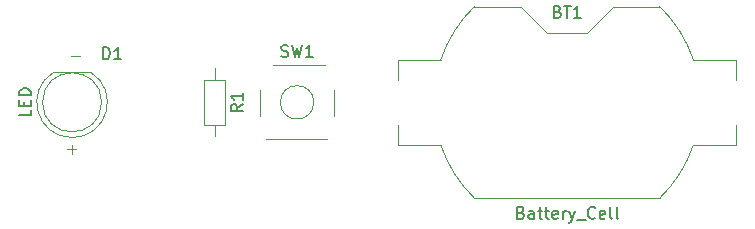
<source format=gto>
%TF.GenerationSoftware,KiCad,Pcbnew,8.0.6*%
%TF.CreationDate,2024-11-16T21:35:11+05:30*%
%TF.ProjectId,LED Torch,4c454420-546f-4726-9368-2e6b69636164,1*%
%TF.SameCoordinates,Original*%
%TF.FileFunction,Legend,Top*%
%TF.FilePolarity,Positive*%
%FSLAX46Y46*%
G04 Gerber Fmt 4.6, Leading zero omitted, Abs format (unit mm)*
G04 Created by KiCad (PCBNEW 8.0.6) date 2024-11-16 21:35:11*
%MOMM*%
%LPD*%
G01*
G04 APERTURE LIST*
%ADD10C,0.100000*%
%ADD11C,0.150000*%
%ADD12C,0.120000*%
G04 APERTURE END LIST*
D10*
X112903884Y-112091466D02*
X113665789Y-112091466D01*
X112603884Y-119991466D02*
X113365789Y-119991466D01*
X112984836Y-120372419D02*
X112984836Y-119610514D01*
D11*
X130746667Y-112121700D02*
X130889524Y-112169319D01*
X130889524Y-112169319D02*
X131127619Y-112169319D01*
X131127619Y-112169319D02*
X131222857Y-112121700D01*
X131222857Y-112121700D02*
X131270476Y-112074080D01*
X131270476Y-112074080D02*
X131318095Y-111978842D01*
X131318095Y-111978842D02*
X131318095Y-111883604D01*
X131318095Y-111883604D02*
X131270476Y-111788366D01*
X131270476Y-111788366D02*
X131222857Y-111740747D01*
X131222857Y-111740747D02*
X131127619Y-111693128D01*
X131127619Y-111693128D02*
X130937143Y-111645509D01*
X130937143Y-111645509D02*
X130841905Y-111597890D01*
X130841905Y-111597890D02*
X130794286Y-111550271D01*
X130794286Y-111550271D02*
X130746667Y-111455033D01*
X130746667Y-111455033D02*
X130746667Y-111359795D01*
X130746667Y-111359795D02*
X130794286Y-111264557D01*
X130794286Y-111264557D02*
X130841905Y-111216938D01*
X130841905Y-111216938D02*
X130937143Y-111169319D01*
X130937143Y-111169319D02*
X131175238Y-111169319D01*
X131175238Y-111169319D02*
X131318095Y-111216938D01*
X131651429Y-111169319D02*
X131889524Y-112169319D01*
X131889524Y-112169319D02*
X132080000Y-111455033D01*
X132080000Y-111455033D02*
X132270476Y-112169319D01*
X132270476Y-112169319D02*
X132508572Y-111169319D01*
X133413333Y-112169319D02*
X132841905Y-112169319D01*
X133127619Y-112169319D02*
X133127619Y-111169319D01*
X133127619Y-111169319D02*
X133032381Y-111312176D01*
X133032381Y-111312176D02*
X132937143Y-111407414D01*
X132937143Y-111407414D02*
X132841905Y-111455033D01*
X127469819Y-116181166D02*
X126993628Y-116514499D01*
X127469819Y-116752594D02*
X126469819Y-116752594D01*
X126469819Y-116752594D02*
X126469819Y-116371642D01*
X126469819Y-116371642D02*
X126517438Y-116276404D01*
X126517438Y-116276404D02*
X126565057Y-116228785D01*
X126565057Y-116228785D02*
X126660295Y-116181166D01*
X126660295Y-116181166D02*
X126803152Y-116181166D01*
X126803152Y-116181166D02*
X126898390Y-116228785D01*
X126898390Y-116228785D02*
X126946009Y-116276404D01*
X126946009Y-116276404D02*
X126993628Y-116371642D01*
X126993628Y-116371642D02*
X126993628Y-116752594D01*
X127469819Y-115228785D02*
X127469819Y-115800213D01*
X127469819Y-115514499D02*
X126469819Y-115514499D01*
X126469819Y-115514499D02*
X126612676Y-115609737D01*
X126612676Y-115609737D02*
X126707914Y-115704975D01*
X126707914Y-115704975D02*
X126755533Y-115800213D01*
X115661905Y-112354819D02*
X115661905Y-111354819D01*
X115661905Y-111354819D02*
X115900000Y-111354819D01*
X115900000Y-111354819D02*
X116042857Y-111402438D01*
X116042857Y-111402438D02*
X116138095Y-111497676D01*
X116138095Y-111497676D02*
X116185714Y-111592914D01*
X116185714Y-111592914D02*
X116233333Y-111783390D01*
X116233333Y-111783390D02*
X116233333Y-111926247D01*
X116233333Y-111926247D02*
X116185714Y-112116723D01*
X116185714Y-112116723D02*
X116138095Y-112211961D01*
X116138095Y-112211961D02*
X116042857Y-112307200D01*
X116042857Y-112307200D02*
X115900000Y-112354819D01*
X115900000Y-112354819D02*
X115661905Y-112354819D01*
X117185714Y-112354819D02*
X116614286Y-112354819D01*
X116900000Y-112354819D02*
X116900000Y-111354819D01*
X116900000Y-111354819D02*
X116804762Y-111497676D01*
X116804762Y-111497676D02*
X116709524Y-111592914D01*
X116709524Y-111592914D02*
X116614286Y-111640533D01*
X109524819Y-116652357D02*
X109524819Y-117128547D01*
X109524819Y-117128547D02*
X108524819Y-117128547D01*
X109001009Y-116319023D02*
X109001009Y-115985690D01*
X109524819Y-115842833D02*
X109524819Y-116319023D01*
X109524819Y-116319023D02*
X108524819Y-116319023D01*
X108524819Y-116319023D02*
X108524819Y-115842833D01*
X109524819Y-115414261D02*
X108524819Y-115414261D01*
X108524819Y-115414261D02*
X108524819Y-115176166D01*
X108524819Y-115176166D02*
X108572438Y-115033309D01*
X108572438Y-115033309D02*
X108667676Y-114938071D01*
X108667676Y-114938071D02*
X108762914Y-114890452D01*
X108762914Y-114890452D02*
X108953390Y-114842833D01*
X108953390Y-114842833D02*
X109096247Y-114842833D01*
X109096247Y-114842833D02*
X109286723Y-114890452D01*
X109286723Y-114890452D02*
X109381961Y-114938071D01*
X109381961Y-114938071D02*
X109477200Y-115033309D01*
X109477200Y-115033309D02*
X109524819Y-115176166D01*
X109524819Y-115176166D02*
X109524819Y-115414261D01*
X154154285Y-108325509D02*
X154297142Y-108373128D01*
X154297142Y-108373128D02*
X154344761Y-108420747D01*
X154344761Y-108420747D02*
X154392380Y-108515985D01*
X154392380Y-108515985D02*
X154392380Y-108658842D01*
X154392380Y-108658842D02*
X154344761Y-108754080D01*
X154344761Y-108754080D02*
X154297142Y-108801700D01*
X154297142Y-108801700D02*
X154201904Y-108849319D01*
X154201904Y-108849319D02*
X153820952Y-108849319D01*
X153820952Y-108849319D02*
X153820952Y-107849319D01*
X153820952Y-107849319D02*
X154154285Y-107849319D01*
X154154285Y-107849319D02*
X154249523Y-107896938D01*
X154249523Y-107896938D02*
X154297142Y-107944557D01*
X154297142Y-107944557D02*
X154344761Y-108039795D01*
X154344761Y-108039795D02*
X154344761Y-108135033D01*
X154344761Y-108135033D02*
X154297142Y-108230271D01*
X154297142Y-108230271D02*
X154249523Y-108277890D01*
X154249523Y-108277890D02*
X154154285Y-108325509D01*
X154154285Y-108325509D02*
X153820952Y-108325509D01*
X154678095Y-107849319D02*
X155249523Y-107849319D01*
X154963809Y-108849319D02*
X154963809Y-107849319D01*
X156106666Y-108849319D02*
X155535238Y-108849319D01*
X155820952Y-108849319D02*
X155820952Y-107849319D01*
X155820952Y-107849319D02*
X155725714Y-107992176D01*
X155725714Y-107992176D02*
X155630476Y-108087414D01*
X155630476Y-108087414D02*
X155535238Y-108135033D01*
X151035236Y-125343509D02*
X151178093Y-125391128D01*
X151178093Y-125391128D02*
X151225712Y-125438747D01*
X151225712Y-125438747D02*
X151273331Y-125533985D01*
X151273331Y-125533985D02*
X151273331Y-125676842D01*
X151273331Y-125676842D02*
X151225712Y-125772080D01*
X151225712Y-125772080D02*
X151178093Y-125819700D01*
X151178093Y-125819700D02*
X151082855Y-125867319D01*
X151082855Y-125867319D02*
X150701903Y-125867319D01*
X150701903Y-125867319D02*
X150701903Y-124867319D01*
X150701903Y-124867319D02*
X151035236Y-124867319D01*
X151035236Y-124867319D02*
X151130474Y-124914938D01*
X151130474Y-124914938D02*
X151178093Y-124962557D01*
X151178093Y-124962557D02*
X151225712Y-125057795D01*
X151225712Y-125057795D02*
X151225712Y-125153033D01*
X151225712Y-125153033D02*
X151178093Y-125248271D01*
X151178093Y-125248271D02*
X151130474Y-125295890D01*
X151130474Y-125295890D02*
X151035236Y-125343509D01*
X151035236Y-125343509D02*
X150701903Y-125343509D01*
X152130474Y-125867319D02*
X152130474Y-125343509D01*
X152130474Y-125343509D02*
X152082855Y-125248271D01*
X152082855Y-125248271D02*
X151987617Y-125200652D01*
X151987617Y-125200652D02*
X151797141Y-125200652D01*
X151797141Y-125200652D02*
X151701903Y-125248271D01*
X152130474Y-125819700D02*
X152035236Y-125867319D01*
X152035236Y-125867319D02*
X151797141Y-125867319D01*
X151797141Y-125867319D02*
X151701903Y-125819700D01*
X151701903Y-125819700D02*
X151654284Y-125724461D01*
X151654284Y-125724461D02*
X151654284Y-125629223D01*
X151654284Y-125629223D02*
X151701903Y-125533985D01*
X151701903Y-125533985D02*
X151797141Y-125486366D01*
X151797141Y-125486366D02*
X152035236Y-125486366D01*
X152035236Y-125486366D02*
X152130474Y-125438747D01*
X152463808Y-125200652D02*
X152844760Y-125200652D01*
X152606665Y-124867319D02*
X152606665Y-125724461D01*
X152606665Y-125724461D02*
X152654284Y-125819700D01*
X152654284Y-125819700D02*
X152749522Y-125867319D01*
X152749522Y-125867319D02*
X152844760Y-125867319D01*
X153035237Y-125200652D02*
X153416189Y-125200652D01*
X153178094Y-124867319D02*
X153178094Y-125724461D01*
X153178094Y-125724461D02*
X153225713Y-125819700D01*
X153225713Y-125819700D02*
X153320951Y-125867319D01*
X153320951Y-125867319D02*
X153416189Y-125867319D01*
X154130475Y-125819700D02*
X154035237Y-125867319D01*
X154035237Y-125867319D02*
X153844761Y-125867319D01*
X153844761Y-125867319D02*
X153749523Y-125819700D01*
X153749523Y-125819700D02*
X153701904Y-125724461D01*
X153701904Y-125724461D02*
X153701904Y-125343509D01*
X153701904Y-125343509D02*
X153749523Y-125248271D01*
X153749523Y-125248271D02*
X153844761Y-125200652D01*
X153844761Y-125200652D02*
X154035237Y-125200652D01*
X154035237Y-125200652D02*
X154130475Y-125248271D01*
X154130475Y-125248271D02*
X154178094Y-125343509D01*
X154178094Y-125343509D02*
X154178094Y-125438747D01*
X154178094Y-125438747D02*
X153701904Y-125533985D01*
X154606666Y-125867319D02*
X154606666Y-125200652D01*
X154606666Y-125391128D02*
X154654285Y-125295890D01*
X154654285Y-125295890D02*
X154701904Y-125248271D01*
X154701904Y-125248271D02*
X154797142Y-125200652D01*
X154797142Y-125200652D02*
X154892380Y-125200652D01*
X155130476Y-125200652D02*
X155368571Y-125867319D01*
X155606666Y-125200652D02*
X155368571Y-125867319D01*
X155368571Y-125867319D02*
X155273333Y-126105414D01*
X155273333Y-126105414D02*
X155225714Y-126153033D01*
X155225714Y-126153033D02*
X155130476Y-126200652D01*
X155749524Y-125962557D02*
X156511428Y-125962557D01*
X157320952Y-125772080D02*
X157273333Y-125819700D01*
X157273333Y-125819700D02*
X157130476Y-125867319D01*
X157130476Y-125867319D02*
X157035238Y-125867319D01*
X157035238Y-125867319D02*
X156892381Y-125819700D01*
X156892381Y-125819700D02*
X156797143Y-125724461D01*
X156797143Y-125724461D02*
X156749524Y-125629223D01*
X156749524Y-125629223D02*
X156701905Y-125438747D01*
X156701905Y-125438747D02*
X156701905Y-125295890D01*
X156701905Y-125295890D02*
X156749524Y-125105414D01*
X156749524Y-125105414D02*
X156797143Y-125010176D01*
X156797143Y-125010176D02*
X156892381Y-124914938D01*
X156892381Y-124914938D02*
X157035238Y-124867319D01*
X157035238Y-124867319D02*
X157130476Y-124867319D01*
X157130476Y-124867319D02*
X157273333Y-124914938D01*
X157273333Y-124914938D02*
X157320952Y-124962557D01*
X158130476Y-125819700D02*
X158035238Y-125867319D01*
X158035238Y-125867319D02*
X157844762Y-125867319D01*
X157844762Y-125867319D02*
X157749524Y-125819700D01*
X157749524Y-125819700D02*
X157701905Y-125724461D01*
X157701905Y-125724461D02*
X157701905Y-125343509D01*
X157701905Y-125343509D02*
X157749524Y-125248271D01*
X157749524Y-125248271D02*
X157844762Y-125200652D01*
X157844762Y-125200652D02*
X158035238Y-125200652D01*
X158035238Y-125200652D02*
X158130476Y-125248271D01*
X158130476Y-125248271D02*
X158178095Y-125343509D01*
X158178095Y-125343509D02*
X158178095Y-125438747D01*
X158178095Y-125438747D02*
X157701905Y-125533985D01*
X158749524Y-125867319D02*
X158654286Y-125819700D01*
X158654286Y-125819700D02*
X158606667Y-125724461D01*
X158606667Y-125724461D02*
X158606667Y-124867319D01*
X159273334Y-125867319D02*
X159178096Y-125819700D01*
X159178096Y-125819700D02*
X159130477Y-125724461D01*
X159130477Y-125724461D02*
X159130477Y-124867319D01*
D12*
%TO.C,SW1*%
X128960000Y-117164500D02*
X128960000Y-114964500D01*
X129430000Y-119134500D02*
X134630000Y-119134500D01*
X130030000Y-112894500D02*
X134430000Y-112894500D01*
X135200000Y-114964500D02*
X135200000Y-117164500D01*
X133494214Y-116014500D02*
G75*
G02*
X130665786Y-116014500I-1414214J0D01*
G01*
X130665786Y-116014500D02*
G75*
G02*
X133494214Y-116014500I1414214J0D01*
G01*
%TO.C,R1*%
X125095000Y-113144500D02*
X125095000Y-114094500D01*
X126015000Y-114094500D02*
X124175000Y-114094500D01*
X124175000Y-114094500D02*
X124175000Y-117934500D01*
X126015000Y-117934500D02*
X126015000Y-114094500D01*
X124175000Y-117934500D02*
X126015000Y-117934500D01*
X125095000Y-118884500D02*
X125095000Y-117934500D01*
%TO.C,D1*%
X114575000Y-113449500D02*
X111485000Y-113449500D01*
X114574830Y-113449500D02*
G75*
G02*
X113029538Y-118999500I-1544830J-2560000D01*
G01*
X113030462Y-118999500D02*
G75*
G02*
X111485170Y-113449500I-462J2990000D01*
G01*
X115530000Y-116009500D02*
G75*
G02*
X110530000Y-116009500I-2500000J0D01*
G01*
X110530000Y-116009500D02*
G75*
G02*
X115530000Y-116009500I2500000J0D01*
G01*
%TO.C,BT1*%
X169250000Y-119624500D02*
X165632000Y-119624500D01*
X169250000Y-117914500D02*
X169250000Y-119624500D01*
X169250000Y-114114500D02*
X169250000Y-112404500D01*
X165632000Y-112404500D02*
X169250000Y-112404500D01*
X162787300Y-124124500D02*
X147092700Y-124124500D01*
X158800000Y-107904500D02*
X162787300Y-107904500D01*
X156600000Y-110104500D02*
X158800000Y-107904500D01*
X153280000Y-110104500D02*
X156600000Y-110104500D01*
X153280000Y-110104500D02*
X151080000Y-107904500D01*
X147092700Y-107904500D02*
X151080000Y-107904500D01*
X144248000Y-119624500D02*
X140630000Y-119624500D01*
X140630000Y-117914500D02*
X140630000Y-119624500D01*
X140630000Y-114114500D02*
X140630000Y-112404500D01*
X140630000Y-112404500D02*
X144248000Y-112404500D01*
X165632000Y-119624500D02*
G75*
G02*
X162785372Y-124126290I-10692020J3610010D01*
G01*
X162785371Y-107902711D02*
G75*
G02*
X165632000Y-112404500I-7845366J-8111785D01*
G01*
X147094629Y-124126289D02*
G75*
G02*
X144248000Y-119624500I7845371J8111789D01*
G01*
X144248000Y-112404500D02*
G75*
G02*
X147094629Y-107902711I10692020J-3610012D01*
G01*
%TD*%
M02*

</source>
